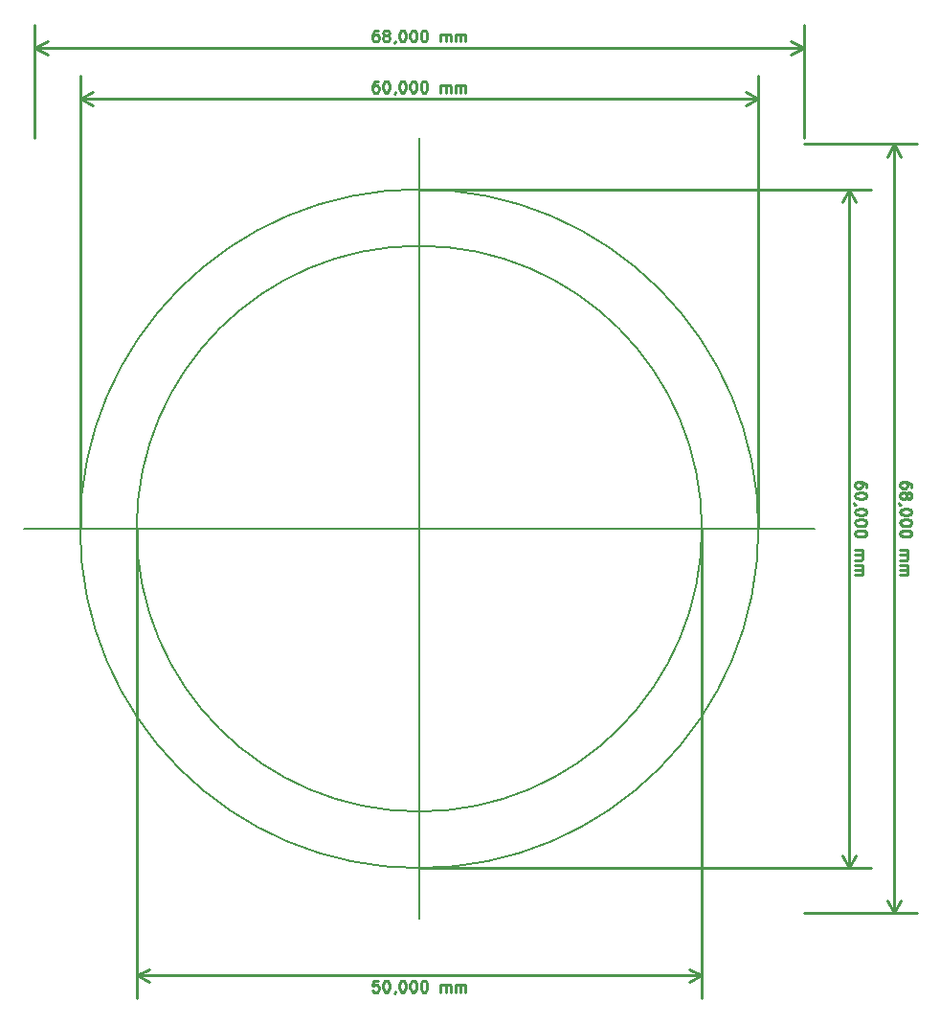
<source format=gbr>
G04 #@! TF.GenerationSoftware,KiCad,Pcbnew,5.0.0-fee4fd1~66~ubuntu16.04.1*
G04 #@! TF.CreationDate,2018-09-22T21:48:07+02:00*
G04 #@! TF.ProjectId,roomthermostat,726F6F6D746865726D6F737461742E6B,A*
G04 #@! TF.SameCoordinates,Original*
G04 #@! TF.FileFunction,Other,Comment*
%FSLAX46Y46*%
G04 Gerber Fmt 4.6, Leading zero omitted, Abs format (unit mm)*
G04 Created by KiCad (PCBNEW 5.0.0-fee4fd1~66~ubuntu16.04.1) date Sat Sep 22 21:48:07 2018*
%MOMM*%
%LPD*%
G01*
G04 APERTURE LIST*
%ADD10C,0.250000*%
%ADD11C,0.200000*%
G04 APERTURE END LIST*
D10*
X93295952Y-140322380D02*
X92819761Y-140322380D01*
X92772142Y-140798571D01*
X92819761Y-140750952D01*
X92915000Y-140703333D01*
X93153095Y-140703333D01*
X93248333Y-140750952D01*
X93295952Y-140798571D01*
X93343571Y-140893809D01*
X93343571Y-141131904D01*
X93295952Y-141227142D01*
X93248333Y-141274761D01*
X93153095Y-141322380D01*
X92915000Y-141322380D01*
X92819761Y-141274761D01*
X92772142Y-141227142D01*
X93962619Y-140322380D02*
X94057857Y-140322380D01*
X94153095Y-140370000D01*
X94200714Y-140417619D01*
X94248333Y-140512857D01*
X94295952Y-140703333D01*
X94295952Y-140941428D01*
X94248333Y-141131904D01*
X94200714Y-141227142D01*
X94153095Y-141274761D01*
X94057857Y-141322380D01*
X93962619Y-141322380D01*
X93867380Y-141274761D01*
X93819761Y-141227142D01*
X93772142Y-141131904D01*
X93724523Y-140941428D01*
X93724523Y-140703333D01*
X93772142Y-140512857D01*
X93819761Y-140417619D01*
X93867380Y-140370000D01*
X93962619Y-140322380D01*
X94772142Y-141274761D02*
X94772142Y-141322380D01*
X94724523Y-141417619D01*
X94676904Y-141465238D01*
X95391190Y-140322380D02*
X95486428Y-140322380D01*
X95581666Y-140370000D01*
X95629285Y-140417619D01*
X95676904Y-140512857D01*
X95724523Y-140703333D01*
X95724523Y-140941428D01*
X95676904Y-141131904D01*
X95629285Y-141227142D01*
X95581666Y-141274761D01*
X95486428Y-141322380D01*
X95391190Y-141322380D01*
X95295952Y-141274761D01*
X95248333Y-141227142D01*
X95200714Y-141131904D01*
X95153095Y-140941428D01*
X95153095Y-140703333D01*
X95200714Y-140512857D01*
X95248333Y-140417619D01*
X95295952Y-140370000D01*
X95391190Y-140322380D01*
X96343571Y-140322380D02*
X96438809Y-140322380D01*
X96534047Y-140370000D01*
X96581666Y-140417619D01*
X96629285Y-140512857D01*
X96676904Y-140703333D01*
X96676904Y-140941428D01*
X96629285Y-141131904D01*
X96581666Y-141227142D01*
X96534047Y-141274761D01*
X96438809Y-141322380D01*
X96343571Y-141322380D01*
X96248333Y-141274761D01*
X96200714Y-141227142D01*
X96153095Y-141131904D01*
X96105476Y-140941428D01*
X96105476Y-140703333D01*
X96153095Y-140512857D01*
X96200714Y-140417619D01*
X96248333Y-140370000D01*
X96343571Y-140322380D01*
X97295952Y-140322380D02*
X97391190Y-140322380D01*
X97486428Y-140370000D01*
X97534047Y-140417619D01*
X97581666Y-140512857D01*
X97629285Y-140703333D01*
X97629285Y-140941428D01*
X97581666Y-141131904D01*
X97534047Y-141227142D01*
X97486428Y-141274761D01*
X97391190Y-141322380D01*
X97295952Y-141322380D01*
X97200714Y-141274761D01*
X97153095Y-141227142D01*
X97105476Y-141131904D01*
X97057857Y-140941428D01*
X97057857Y-140703333D01*
X97105476Y-140512857D01*
X97153095Y-140417619D01*
X97200714Y-140370000D01*
X97295952Y-140322380D01*
X98819761Y-141322380D02*
X98819761Y-140655714D01*
X98819761Y-140750952D02*
X98867380Y-140703333D01*
X98962619Y-140655714D01*
X99105476Y-140655714D01*
X99200714Y-140703333D01*
X99248333Y-140798571D01*
X99248333Y-141322380D01*
X99248333Y-140798571D02*
X99295952Y-140703333D01*
X99391190Y-140655714D01*
X99534047Y-140655714D01*
X99629285Y-140703333D01*
X99676904Y-140798571D01*
X99676904Y-141322380D01*
X100153095Y-141322380D02*
X100153095Y-140655714D01*
X100153095Y-140750952D02*
X100200714Y-140703333D01*
X100295952Y-140655714D01*
X100438809Y-140655714D01*
X100534047Y-140703333D01*
X100581666Y-140798571D01*
X100581666Y-141322380D01*
X100581666Y-140798571D02*
X100629285Y-140703333D01*
X100724523Y-140655714D01*
X100867380Y-140655714D01*
X100962619Y-140703333D01*
X101010238Y-140798571D01*
X101010238Y-141322380D01*
X71915000Y-139870000D02*
X121915000Y-139870000D01*
X71915000Y-100370000D02*
X71915000Y-141870000D01*
X121915000Y-100370000D02*
X121915000Y-141870000D01*
X121915000Y-139870000D02*
X120788496Y-140456421D01*
X121915000Y-139870000D02*
X120788496Y-139283579D01*
X71915000Y-139870000D02*
X73041504Y-140456421D01*
X71915000Y-139870000D02*
X73041504Y-139283579D01*
D11*
X121915000Y-100370000D02*
G75*
G03X121915000Y-100370000I-25000000J0D01*
G01*
D10*
X93248333Y-60822380D02*
X93057857Y-60822380D01*
X92962619Y-60870000D01*
X92915000Y-60917619D01*
X92819761Y-61060476D01*
X92772142Y-61250952D01*
X92772142Y-61631904D01*
X92819761Y-61727142D01*
X92867380Y-61774761D01*
X92962619Y-61822380D01*
X93153095Y-61822380D01*
X93248333Y-61774761D01*
X93295952Y-61727142D01*
X93343571Y-61631904D01*
X93343571Y-61393809D01*
X93295952Y-61298571D01*
X93248333Y-61250952D01*
X93153095Y-61203333D01*
X92962619Y-61203333D01*
X92867380Y-61250952D01*
X92819761Y-61298571D01*
X92772142Y-61393809D01*
X93962619Y-60822380D02*
X94057857Y-60822380D01*
X94153095Y-60870000D01*
X94200714Y-60917619D01*
X94248333Y-61012857D01*
X94295952Y-61203333D01*
X94295952Y-61441428D01*
X94248333Y-61631904D01*
X94200714Y-61727142D01*
X94153095Y-61774761D01*
X94057857Y-61822380D01*
X93962619Y-61822380D01*
X93867380Y-61774761D01*
X93819761Y-61727142D01*
X93772142Y-61631904D01*
X93724523Y-61441428D01*
X93724523Y-61203333D01*
X93772142Y-61012857D01*
X93819761Y-60917619D01*
X93867380Y-60870000D01*
X93962619Y-60822380D01*
X94772142Y-61774761D02*
X94772142Y-61822380D01*
X94724523Y-61917619D01*
X94676904Y-61965238D01*
X95391190Y-60822380D02*
X95486428Y-60822380D01*
X95581666Y-60870000D01*
X95629285Y-60917619D01*
X95676904Y-61012857D01*
X95724523Y-61203333D01*
X95724523Y-61441428D01*
X95676904Y-61631904D01*
X95629285Y-61727142D01*
X95581666Y-61774761D01*
X95486428Y-61822380D01*
X95391190Y-61822380D01*
X95295952Y-61774761D01*
X95248333Y-61727142D01*
X95200714Y-61631904D01*
X95153095Y-61441428D01*
X95153095Y-61203333D01*
X95200714Y-61012857D01*
X95248333Y-60917619D01*
X95295952Y-60870000D01*
X95391190Y-60822380D01*
X96343571Y-60822380D02*
X96438809Y-60822380D01*
X96534047Y-60870000D01*
X96581666Y-60917619D01*
X96629285Y-61012857D01*
X96676904Y-61203333D01*
X96676904Y-61441428D01*
X96629285Y-61631904D01*
X96581666Y-61727142D01*
X96534047Y-61774761D01*
X96438809Y-61822380D01*
X96343571Y-61822380D01*
X96248333Y-61774761D01*
X96200714Y-61727142D01*
X96153095Y-61631904D01*
X96105476Y-61441428D01*
X96105476Y-61203333D01*
X96153095Y-61012857D01*
X96200714Y-60917619D01*
X96248333Y-60870000D01*
X96343571Y-60822380D01*
X97295952Y-60822380D02*
X97391190Y-60822380D01*
X97486428Y-60870000D01*
X97534047Y-60917619D01*
X97581666Y-61012857D01*
X97629285Y-61203333D01*
X97629285Y-61441428D01*
X97581666Y-61631904D01*
X97534047Y-61727142D01*
X97486428Y-61774761D01*
X97391190Y-61822380D01*
X97295952Y-61822380D01*
X97200714Y-61774761D01*
X97153095Y-61727142D01*
X97105476Y-61631904D01*
X97057857Y-61441428D01*
X97057857Y-61203333D01*
X97105476Y-61012857D01*
X97153095Y-60917619D01*
X97200714Y-60870000D01*
X97295952Y-60822380D01*
X98819761Y-61822380D02*
X98819761Y-61155714D01*
X98819761Y-61250952D02*
X98867380Y-61203333D01*
X98962619Y-61155714D01*
X99105476Y-61155714D01*
X99200714Y-61203333D01*
X99248333Y-61298571D01*
X99248333Y-61822380D01*
X99248333Y-61298571D02*
X99295952Y-61203333D01*
X99391190Y-61155714D01*
X99534047Y-61155714D01*
X99629285Y-61203333D01*
X99676904Y-61298571D01*
X99676904Y-61822380D01*
X100153095Y-61822380D02*
X100153095Y-61155714D01*
X100153095Y-61250952D02*
X100200714Y-61203333D01*
X100295952Y-61155714D01*
X100438809Y-61155714D01*
X100534047Y-61203333D01*
X100581666Y-61298571D01*
X100581666Y-61822380D01*
X100581666Y-61298571D02*
X100629285Y-61203333D01*
X100724523Y-61155714D01*
X100867380Y-61155714D01*
X100962619Y-61203333D01*
X101010238Y-61298571D01*
X101010238Y-61822380D01*
X66915000Y-62370000D02*
X126915000Y-62370000D01*
X66915000Y-100370000D02*
X66915000Y-60370000D01*
X126915000Y-100370000D02*
X126915000Y-60370000D01*
X126915000Y-62370000D02*
X125788496Y-62956421D01*
X126915000Y-62370000D02*
X125788496Y-61783579D01*
X66915000Y-62370000D02*
X68041504Y-62956421D01*
X66915000Y-62370000D02*
X68041504Y-61783579D01*
X136462619Y-96703333D02*
X136462619Y-96512857D01*
X136415000Y-96417619D01*
X136367380Y-96370000D01*
X136224523Y-96274761D01*
X136034047Y-96227142D01*
X135653095Y-96227142D01*
X135557857Y-96274761D01*
X135510238Y-96322380D01*
X135462619Y-96417619D01*
X135462619Y-96608095D01*
X135510238Y-96703333D01*
X135557857Y-96750952D01*
X135653095Y-96798571D01*
X135891190Y-96798571D01*
X135986428Y-96750952D01*
X136034047Y-96703333D01*
X136081666Y-96608095D01*
X136081666Y-96417619D01*
X136034047Y-96322380D01*
X135986428Y-96274761D01*
X135891190Y-96227142D01*
X136462619Y-97417619D02*
X136462619Y-97512857D01*
X136415000Y-97608095D01*
X136367380Y-97655714D01*
X136272142Y-97703333D01*
X136081666Y-97750952D01*
X135843571Y-97750952D01*
X135653095Y-97703333D01*
X135557857Y-97655714D01*
X135510238Y-97608095D01*
X135462619Y-97512857D01*
X135462619Y-97417619D01*
X135510238Y-97322380D01*
X135557857Y-97274761D01*
X135653095Y-97227142D01*
X135843571Y-97179523D01*
X136081666Y-97179523D01*
X136272142Y-97227142D01*
X136367380Y-97274761D01*
X136415000Y-97322380D01*
X136462619Y-97417619D01*
X135510238Y-98227142D02*
X135462619Y-98227142D01*
X135367380Y-98179523D01*
X135319761Y-98131904D01*
X136462619Y-98846190D02*
X136462619Y-98941428D01*
X136415000Y-99036666D01*
X136367380Y-99084285D01*
X136272142Y-99131904D01*
X136081666Y-99179523D01*
X135843571Y-99179523D01*
X135653095Y-99131904D01*
X135557857Y-99084285D01*
X135510238Y-99036666D01*
X135462619Y-98941428D01*
X135462619Y-98846190D01*
X135510238Y-98750952D01*
X135557857Y-98703333D01*
X135653095Y-98655714D01*
X135843571Y-98608095D01*
X136081666Y-98608095D01*
X136272142Y-98655714D01*
X136367380Y-98703333D01*
X136415000Y-98750952D01*
X136462619Y-98846190D01*
X136462619Y-99798571D02*
X136462619Y-99893809D01*
X136415000Y-99989047D01*
X136367380Y-100036666D01*
X136272142Y-100084285D01*
X136081666Y-100131904D01*
X135843571Y-100131904D01*
X135653095Y-100084285D01*
X135557857Y-100036666D01*
X135510238Y-99989047D01*
X135462619Y-99893809D01*
X135462619Y-99798571D01*
X135510238Y-99703333D01*
X135557857Y-99655714D01*
X135653095Y-99608095D01*
X135843571Y-99560476D01*
X136081666Y-99560476D01*
X136272142Y-99608095D01*
X136367380Y-99655714D01*
X136415000Y-99703333D01*
X136462619Y-99798571D01*
X136462619Y-100750952D02*
X136462619Y-100846190D01*
X136415000Y-100941428D01*
X136367380Y-100989047D01*
X136272142Y-101036666D01*
X136081666Y-101084285D01*
X135843571Y-101084285D01*
X135653095Y-101036666D01*
X135557857Y-100989047D01*
X135510238Y-100941428D01*
X135462619Y-100846190D01*
X135462619Y-100750952D01*
X135510238Y-100655714D01*
X135557857Y-100608095D01*
X135653095Y-100560476D01*
X135843571Y-100512857D01*
X136081666Y-100512857D01*
X136272142Y-100560476D01*
X136367380Y-100608095D01*
X136415000Y-100655714D01*
X136462619Y-100750952D01*
X135462619Y-102274761D02*
X136129285Y-102274761D01*
X136034047Y-102274761D02*
X136081666Y-102322380D01*
X136129285Y-102417619D01*
X136129285Y-102560476D01*
X136081666Y-102655714D01*
X135986428Y-102703333D01*
X135462619Y-102703333D01*
X135986428Y-102703333D02*
X136081666Y-102750952D01*
X136129285Y-102846190D01*
X136129285Y-102989047D01*
X136081666Y-103084285D01*
X135986428Y-103131904D01*
X135462619Y-103131904D01*
X135462619Y-103608095D02*
X136129285Y-103608095D01*
X136034047Y-103608095D02*
X136081666Y-103655714D01*
X136129285Y-103750952D01*
X136129285Y-103893809D01*
X136081666Y-103989047D01*
X135986428Y-104036666D01*
X135462619Y-104036666D01*
X135986428Y-104036666D02*
X136081666Y-104084285D01*
X136129285Y-104179523D01*
X136129285Y-104322380D01*
X136081666Y-104417619D01*
X135986428Y-104465238D01*
X135462619Y-104465238D01*
X134915000Y-70370000D02*
X134915000Y-130370000D01*
X96915000Y-70370000D02*
X136915000Y-70370000D01*
X96915000Y-130370000D02*
X136915000Y-130370000D01*
X134915000Y-130370000D02*
X134328579Y-129243496D01*
X134915000Y-130370000D02*
X135501421Y-129243496D01*
X134915000Y-70370000D02*
X134328579Y-71496504D01*
X134915000Y-70370000D02*
X135501421Y-71496504D01*
D11*
X131915000Y-100370000D02*
X61915000Y-100370000D01*
X96915000Y-65870000D02*
X96915000Y-134870000D01*
X126915000Y-100370000D02*
G75*
G03X126915000Y-100370000I-30000000J0D01*
G01*
D10*
X140462619Y-96703333D02*
X140462619Y-96512857D01*
X140415000Y-96417619D01*
X140367380Y-96370000D01*
X140224523Y-96274761D01*
X140034047Y-96227142D01*
X139653095Y-96227142D01*
X139557857Y-96274761D01*
X139510238Y-96322380D01*
X139462619Y-96417619D01*
X139462619Y-96608095D01*
X139510238Y-96703333D01*
X139557857Y-96750952D01*
X139653095Y-96798571D01*
X139891190Y-96798571D01*
X139986428Y-96750952D01*
X140034047Y-96703333D01*
X140081666Y-96608095D01*
X140081666Y-96417619D01*
X140034047Y-96322380D01*
X139986428Y-96274761D01*
X139891190Y-96227142D01*
X140034047Y-97370000D02*
X140081666Y-97274761D01*
X140129285Y-97227142D01*
X140224523Y-97179523D01*
X140272142Y-97179523D01*
X140367380Y-97227142D01*
X140415000Y-97274761D01*
X140462619Y-97370000D01*
X140462619Y-97560476D01*
X140415000Y-97655714D01*
X140367380Y-97703333D01*
X140272142Y-97750952D01*
X140224523Y-97750952D01*
X140129285Y-97703333D01*
X140081666Y-97655714D01*
X140034047Y-97560476D01*
X140034047Y-97370000D01*
X139986428Y-97274761D01*
X139938809Y-97227142D01*
X139843571Y-97179523D01*
X139653095Y-97179523D01*
X139557857Y-97227142D01*
X139510238Y-97274761D01*
X139462619Y-97370000D01*
X139462619Y-97560476D01*
X139510238Y-97655714D01*
X139557857Y-97703333D01*
X139653095Y-97750952D01*
X139843571Y-97750952D01*
X139938809Y-97703333D01*
X139986428Y-97655714D01*
X140034047Y-97560476D01*
X139510238Y-98227142D02*
X139462619Y-98227142D01*
X139367380Y-98179523D01*
X139319761Y-98131904D01*
X140462619Y-98846190D02*
X140462619Y-98941428D01*
X140415000Y-99036666D01*
X140367380Y-99084285D01*
X140272142Y-99131904D01*
X140081666Y-99179523D01*
X139843571Y-99179523D01*
X139653095Y-99131904D01*
X139557857Y-99084285D01*
X139510238Y-99036666D01*
X139462619Y-98941428D01*
X139462619Y-98846190D01*
X139510238Y-98750952D01*
X139557857Y-98703333D01*
X139653095Y-98655714D01*
X139843571Y-98608095D01*
X140081666Y-98608095D01*
X140272142Y-98655714D01*
X140367380Y-98703333D01*
X140415000Y-98750952D01*
X140462619Y-98846190D01*
X140462619Y-99798571D02*
X140462619Y-99893809D01*
X140415000Y-99989047D01*
X140367380Y-100036666D01*
X140272142Y-100084285D01*
X140081666Y-100131904D01*
X139843571Y-100131904D01*
X139653095Y-100084285D01*
X139557857Y-100036666D01*
X139510238Y-99989047D01*
X139462619Y-99893809D01*
X139462619Y-99798571D01*
X139510238Y-99703333D01*
X139557857Y-99655714D01*
X139653095Y-99608095D01*
X139843571Y-99560476D01*
X140081666Y-99560476D01*
X140272142Y-99608095D01*
X140367380Y-99655714D01*
X140415000Y-99703333D01*
X140462619Y-99798571D01*
X140462619Y-100750952D02*
X140462619Y-100846190D01*
X140415000Y-100941428D01*
X140367380Y-100989047D01*
X140272142Y-101036666D01*
X140081666Y-101084285D01*
X139843571Y-101084285D01*
X139653095Y-101036666D01*
X139557857Y-100989047D01*
X139510238Y-100941428D01*
X139462619Y-100846190D01*
X139462619Y-100750952D01*
X139510238Y-100655714D01*
X139557857Y-100608095D01*
X139653095Y-100560476D01*
X139843571Y-100512857D01*
X140081666Y-100512857D01*
X140272142Y-100560476D01*
X140367380Y-100608095D01*
X140415000Y-100655714D01*
X140462619Y-100750952D01*
X139462619Y-102274761D02*
X140129285Y-102274761D01*
X140034047Y-102274761D02*
X140081666Y-102322380D01*
X140129285Y-102417619D01*
X140129285Y-102560476D01*
X140081666Y-102655714D01*
X139986428Y-102703333D01*
X139462619Y-102703333D01*
X139986428Y-102703333D02*
X140081666Y-102750952D01*
X140129285Y-102846190D01*
X140129285Y-102989047D01*
X140081666Y-103084285D01*
X139986428Y-103131904D01*
X139462619Y-103131904D01*
X139462619Y-103608095D02*
X140129285Y-103608095D01*
X140034047Y-103608095D02*
X140081666Y-103655714D01*
X140129285Y-103750952D01*
X140129285Y-103893809D01*
X140081666Y-103989047D01*
X139986428Y-104036666D01*
X139462619Y-104036666D01*
X139986428Y-104036666D02*
X140081666Y-104084285D01*
X140129285Y-104179523D01*
X140129285Y-104322380D01*
X140081666Y-104417619D01*
X139986428Y-104465238D01*
X139462619Y-104465238D01*
X138915000Y-66370000D02*
X138915000Y-134370000D01*
X130915000Y-66370000D02*
X140915000Y-66370000D01*
X130915000Y-134370000D02*
X140915000Y-134370000D01*
X138915000Y-134370000D02*
X138328579Y-133243496D01*
X138915000Y-134370000D02*
X139501421Y-133243496D01*
X138915000Y-66370000D02*
X138328579Y-67496504D01*
X138915000Y-66370000D02*
X139501421Y-67496504D01*
X93248333Y-56322380D02*
X93057857Y-56322380D01*
X92962619Y-56370000D01*
X92915000Y-56417619D01*
X92819761Y-56560476D01*
X92772142Y-56750952D01*
X92772142Y-57131904D01*
X92819761Y-57227142D01*
X92867380Y-57274761D01*
X92962619Y-57322380D01*
X93153095Y-57322380D01*
X93248333Y-57274761D01*
X93295952Y-57227142D01*
X93343571Y-57131904D01*
X93343571Y-56893809D01*
X93295952Y-56798571D01*
X93248333Y-56750952D01*
X93153095Y-56703333D01*
X92962619Y-56703333D01*
X92867380Y-56750952D01*
X92819761Y-56798571D01*
X92772142Y-56893809D01*
X93915000Y-56750952D02*
X93819761Y-56703333D01*
X93772142Y-56655714D01*
X93724523Y-56560476D01*
X93724523Y-56512857D01*
X93772142Y-56417619D01*
X93819761Y-56370000D01*
X93915000Y-56322380D01*
X94105476Y-56322380D01*
X94200714Y-56370000D01*
X94248333Y-56417619D01*
X94295952Y-56512857D01*
X94295952Y-56560476D01*
X94248333Y-56655714D01*
X94200714Y-56703333D01*
X94105476Y-56750952D01*
X93915000Y-56750952D01*
X93819761Y-56798571D01*
X93772142Y-56846190D01*
X93724523Y-56941428D01*
X93724523Y-57131904D01*
X93772142Y-57227142D01*
X93819761Y-57274761D01*
X93915000Y-57322380D01*
X94105476Y-57322380D01*
X94200714Y-57274761D01*
X94248333Y-57227142D01*
X94295952Y-57131904D01*
X94295952Y-56941428D01*
X94248333Y-56846190D01*
X94200714Y-56798571D01*
X94105476Y-56750952D01*
X94772142Y-57274761D02*
X94772142Y-57322380D01*
X94724523Y-57417619D01*
X94676904Y-57465238D01*
X95391190Y-56322380D02*
X95486428Y-56322380D01*
X95581666Y-56370000D01*
X95629285Y-56417619D01*
X95676904Y-56512857D01*
X95724523Y-56703333D01*
X95724523Y-56941428D01*
X95676904Y-57131904D01*
X95629285Y-57227142D01*
X95581666Y-57274761D01*
X95486428Y-57322380D01*
X95391190Y-57322380D01*
X95295952Y-57274761D01*
X95248333Y-57227142D01*
X95200714Y-57131904D01*
X95153095Y-56941428D01*
X95153095Y-56703333D01*
X95200714Y-56512857D01*
X95248333Y-56417619D01*
X95295952Y-56370000D01*
X95391190Y-56322380D01*
X96343571Y-56322380D02*
X96438809Y-56322380D01*
X96534047Y-56370000D01*
X96581666Y-56417619D01*
X96629285Y-56512857D01*
X96676904Y-56703333D01*
X96676904Y-56941428D01*
X96629285Y-57131904D01*
X96581666Y-57227142D01*
X96534047Y-57274761D01*
X96438809Y-57322380D01*
X96343571Y-57322380D01*
X96248333Y-57274761D01*
X96200714Y-57227142D01*
X96153095Y-57131904D01*
X96105476Y-56941428D01*
X96105476Y-56703333D01*
X96153095Y-56512857D01*
X96200714Y-56417619D01*
X96248333Y-56370000D01*
X96343571Y-56322380D01*
X97295952Y-56322380D02*
X97391190Y-56322380D01*
X97486428Y-56370000D01*
X97534047Y-56417619D01*
X97581666Y-56512857D01*
X97629285Y-56703333D01*
X97629285Y-56941428D01*
X97581666Y-57131904D01*
X97534047Y-57227142D01*
X97486428Y-57274761D01*
X97391190Y-57322380D01*
X97295952Y-57322380D01*
X97200714Y-57274761D01*
X97153095Y-57227142D01*
X97105476Y-57131904D01*
X97057857Y-56941428D01*
X97057857Y-56703333D01*
X97105476Y-56512857D01*
X97153095Y-56417619D01*
X97200714Y-56370000D01*
X97295952Y-56322380D01*
X98819761Y-57322380D02*
X98819761Y-56655714D01*
X98819761Y-56750952D02*
X98867380Y-56703333D01*
X98962619Y-56655714D01*
X99105476Y-56655714D01*
X99200714Y-56703333D01*
X99248333Y-56798571D01*
X99248333Y-57322380D01*
X99248333Y-56798571D02*
X99295952Y-56703333D01*
X99391190Y-56655714D01*
X99534047Y-56655714D01*
X99629285Y-56703333D01*
X99676904Y-56798571D01*
X99676904Y-57322380D01*
X100153095Y-57322380D02*
X100153095Y-56655714D01*
X100153095Y-56750952D02*
X100200714Y-56703333D01*
X100295952Y-56655714D01*
X100438809Y-56655714D01*
X100534047Y-56703333D01*
X100581666Y-56798571D01*
X100581666Y-57322380D01*
X100581666Y-56798571D02*
X100629285Y-56703333D01*
X100724523Y-56655714D01*
X100867380Y-56655714D01*
X100962619Y-56703333D01*
X101010238Y-56798571D01*
X101010238Y-57322380D01*
X62915000Y-57870000D02*
X130915000Y-57870000D01*
X62915000Y-65870000D02*
X62915000Y-55870000D01*
X130915000Y-65870000D02*
X130915000Y-55870000D01*
X130915000Y-57870000D02*
X129788496Y-58456421D01*
X130915000Y-57870000D02*
X129788496Y-57283579D01*
X62915000Y-57870000D02*
X64041504Y-58456421D01*
X62915000Y-57870000D02*
X64041504Y-57283579D01*
M02*

</source>
